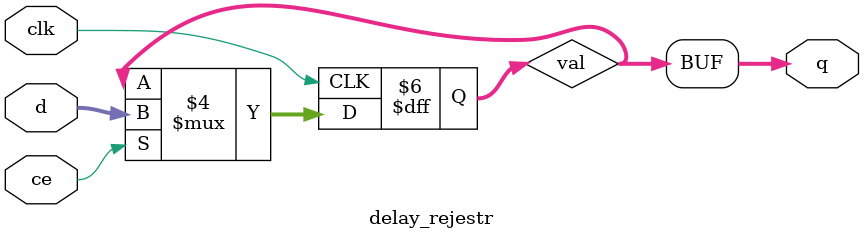
<source format=v>
`timescale 1ns / 1ps

module delay_rejestr#(
    parameter N=8
)
(
    input clk,
    input ce,
    input [N-1:0]d,
    output [N-1:0]q
    );
    
   reg [N-1:0]val=0;
   always @ (posedge clk)
   begin
        if (ce) val<=d;
        else val<=val;
   end
   assign q=val; 
    
endmodule

</source>
